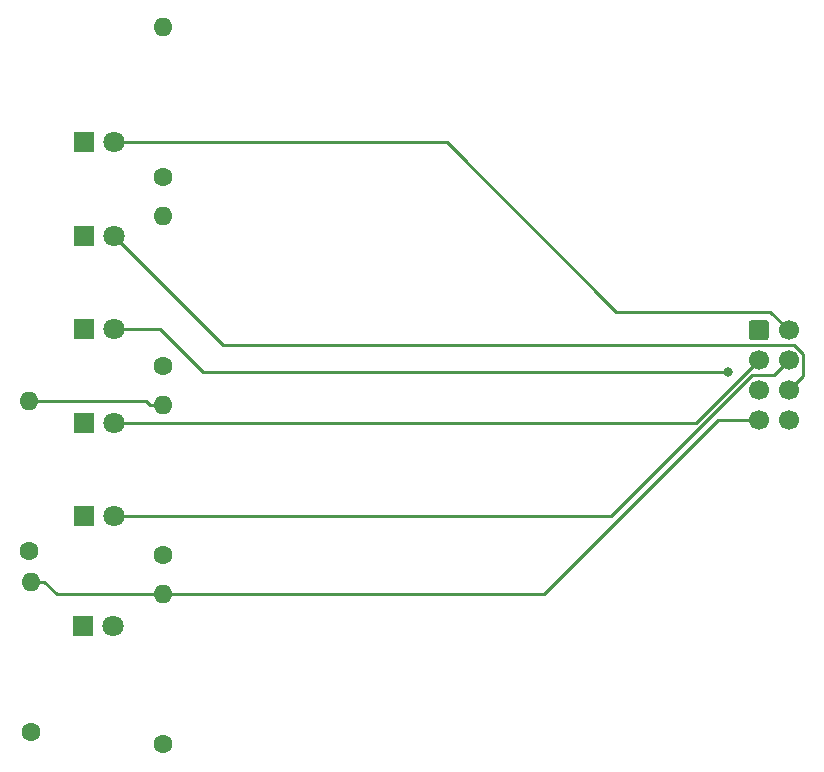
<source format=gbr>
%TF.GenerationSoftware,KiCad,Pcbnew,(5.1.12)-1*%
%TF.CreationDate,2022-04-29T07:41:31-07:00*%
%TF.ProjectId,LED_BOARD_V1,4c45445f-424f-4415-9244-5f56312e6b69,rev?*%
%TF.SameCoordinates,Original*%
%TF.FileFunction,Copper,L1,Top*%
%TF.FilePolarity,Positive*%
%FSLAX46Y46*%
G04 Gerber Fmt 4.6, Leading zero omitted, Abs format (unit mm)*
G04 Created by KiCad (PCBNEW (5.1.12)-1) date 2022-04-29 07:41:31*
%MOMM*%
%LPD*%
G01*
G04 APERTURE LIST*
%TA.AperFunction,ComponentPad*%
%ADD10O,1.600000X1.600000*%
%TD*%
%TA.AperFunction,ComponentPad*%
%ADD11C,1.600000*%
%TD*%
%TA.AperFunction,ComponentPad*%
%ADD12C,1.700000*%
%TD*%
%TA.AperFunction,ComponentPad*%
%ADD13C,1.800000*%
%TD*%
%TA.AperFunction,ComponentPad*%
%ADD14R,1.800000X1.800000*%
%TD*%
%TA.AperFunction,ViaPad*%
%ADD15C,0.800000*%
%TD*%
%TA.AperFunction,Conductor*%
%ADD16C,0.250000*%
%TD*%
G04 APERTURE END LIST*
D10*
%TO.P,R6,2*%
%TO.N,GND*%
X160740000Y-94350000D03*
D11*
%TO.P,R6,1*%
%TO.N,Net-(D6-Pad1)*%
X160740000Y-107050000D03*
%TD*%
D10*
%TO.P,R5,2*%
%TO.N,GND*%
X149410000Y-94020000D03*
D11*
%TO.P,R5,1*%
%TO.N,Net-(D5-Pad1)*%
X149410000Y-106720000D03*
%TD*%
D10*
%TO.P,R4,2*%
%TO.N,GND*%
X160740000Y-78350000D03*
D11*
%TO.P,R4,1*%
%TO.N,Net-(D4-Pad1)*%
X160740000Y-91050000D03*
%TD*%
D10*
%TO.P,R3,2*%
%TO.N,GND*%
X149540000Y-109280000D03*
D11*
%TO.P,R3,1*%
%TO.N,Net-(D3-Pad1)*%
X149540000Y-121980000D03*
%TD*%
D10*
%TO.P,R2,2*%
%TO.N,GND*%
X160740000Y-62350000D03*
D11*
%TO.P,R2,1*%
%TO.N,Net-(D2-Pad1)*%
X160740000Y-75050000D03*
%TD*%
D10*
%TO.P,R1,2*%
%TO.N,GND*%
X160740000Y-110350000D03*
D11*
%TO.P,R1,1*%
%TO.N,Net-(D1-Pad1)*%
X160740000Y-123050000D03*
%TD*%
D12*
%TO.P,J1,8*%
%TO.N,N/C*%
X213740000Y-95620000D03*
%TO.P,J1,6*%
%TO.N,LED6*%
X213740000Y-93080000D03*
%TO.P,J1,4*%
%TO.N,LED4*%
X213740000Y-90540000D03*
%TO.P,J1,2*%
%TO.N,LED2*%
X213740000Y-88000000D03*
%TO.P,J1,7*%
%TO.N,GND*%
X211200000Y-95620000D03*
%TO.P,J1,5*%
%TO.N,LED5*%
X211200000Y-93080000D03*
%TO.P,J1,3*%
%TO.N,LED3*%
X211200000Y-90540000D03*
%TO.P,J1,1*%
%TO.N,LED1*%
%TA.AperFunction,ComponentPad*%
G36*
G01*
X210350000Y-88600000D02*
X210350000Y-87400000D01*
G75*
G02*
X210600000Y-87150000I250000J0D01*
G01*
X211800000Y-87150000D01*
G75*
G02*
X212050000Y-87400000I0J-250000D01*
G01*
X212050000Y-88600000D01*
G75*
G02*
X211800000Y-88850000I-250000J0D01*
G01*
X210600000Y-88850000D01*
G75*
G02*
X210350000Y-88600000I0J250000D01*
G01*
G37*
%TD.AperFunction*%
%TD*%
D13*
%TO.P,D6,2*%
%TO.N,LED6*%
X156580000Y-80015000D03*
D14*
%TO.P,D6,1*%
%TO.N,Net-(D6-Pad1)*%
X154040000Y-80015000D03*
%TD*%
D13*
%TO.P,D5,2*%
%TO.N,LED5*%
X156580000Y-87920000D03*
D14*
%TO.P,D5,1*%
%TO.N,Net-(D5-Pad1)*%
X154040000Y-87920000D03*
%TD*%
D13*
%TO.P,D4,2*%
%TO.N,LED4*%
X156580000Y-103730000D03*
D14*
%TO.P,D4,1*%
%TO.N,Net-(D4-Pad1)*%
X154040000Y-103730000D03*
%TD*%
D13*
%TO.P,D3,2*%
%TO.N,LED3*%
X156580000Y-95825000D03*
D14*
%TO.P,D3,1*%
%TO.N,Net-(D3-Pad1)*%
X154040000Y-95825000D03*
%TD*%
D13*
%TO.P,D2,2*%
%TO.N,LED2*%
X156580000Y-72110000D03*
D14*
%TO.P,D2,1*%
%TO.N,Net-(D2-Pad1)*%
X154040000Y-72110000D03*
%TD*%
D13*
%TO.P,D1,2*%
%TO.N,LED1*%
X156480000Y-113080000D03*
D14*
%TO.P,D1,1*%
%TO.N,Net-(D1-Pad1)*%
X153940000Y-113080000D03*
%TD*%
D15*
%TO.N,LED5*%
X208564800Y-91549600D03*
%TD*%
D16*
%TO.N,LED2*%
X156580000Y-72110000D02*
X184793100Y-72110000D01*
X184793100Y-72110000D02*
X199115900Y-86432800D01*
X199115900Y-86432800D02*
X212172800Y-86432800D01*
X212172800Y-86432800D02*
X213740000Y-88000000D01*
%TO.N,LED3*%
X211200000Y-90540000D02*
X205915100Y-95824900D01*
X205915100Y-95824900D02*
X156580000Y-95824900D01*
X156580000Y-95824900D02*
X156580000Y-95825000D01*
%TO.N,LED4*%
X156580000Y-103730000D02*
X198684100Y-103730000D01*
X198684100Y-103730000D02*
X210604100Y-91810000D01*
X210604100Y-91810000D02*
X212470000Y-91810000D01*
X212470000Y-91810000D02*
X213740000Y-90540000D01*
%TO.N,LED5*%
X208564800Y-91549600D02*
X164161100Y-91549600D01*
X164161100Y-91549600D02*
X160531500Y-87920000D01*
X160531500Y-87920000D02*
X156580000Y-87920000D01*
%TO.N,LED6*%
X156580000Y-80015000D02*
X165835000Y-89270000D01*
X165835000Y-89270000D02*
X214160700Y-89270000D01*
X214160700Y-89270000D02*
X214948300Y-90057600D01*
X214948300Y-90057600D02*
X214948300Y-91871700D01*
X214948300Y-91871700D02*
X213740000Y-93080000D01*
%TO.N,GND*%
X160740000Y-94350000D02*
X159614700Y-94350000D01*
X149410000Y-94020000D02*
X159284700Y-94020000D01*
X159284700Y-94020000D02*
X159614700Y-94350000D01*
X149540000Y-109280000D02*
X150665300Y-109280000D01*
X160740000Y-110350000D02*
X151735300Y-110350000D01*
X151735300Y-110350000D02*
X150665300Y-109280000D01*
X211200000Y-95620000D02*
X207709300Y-95620000D01*
X207709300Y-95620000D02*
X192979300Y-110350000D01*
X192979300Y-110350000D02*
X160740000Y-110350000D01*
%TD*%
M02*

</source>
